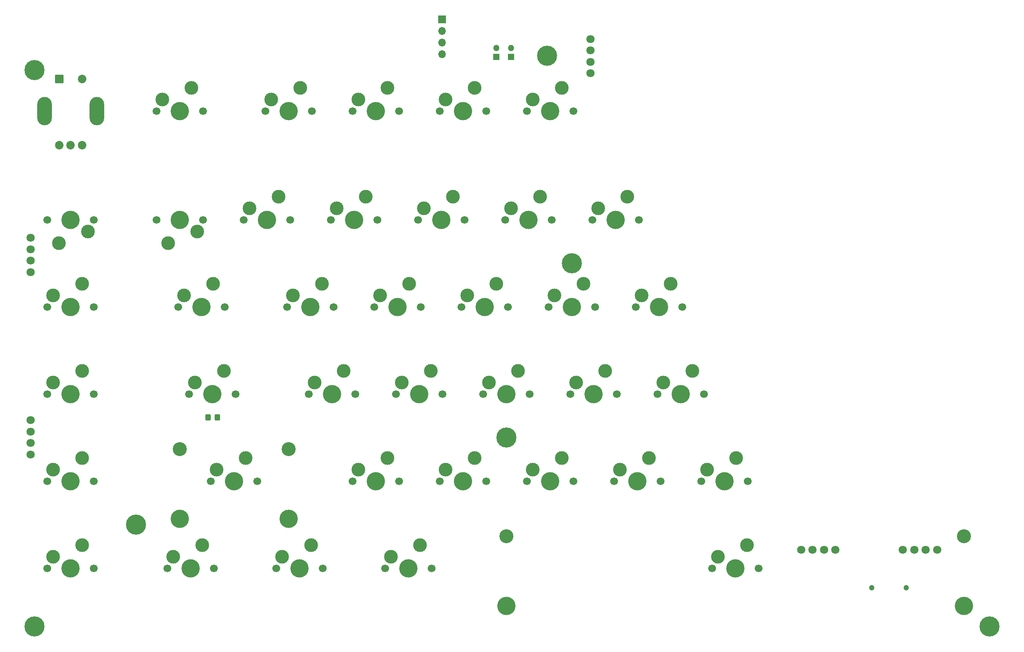
<source format=gbr>
%TF.GenerationSoftware,KiCad,Pcbnew,8.0.4*%
%TF.CreationDate,2025-06-27T14:04:57-05:00*%
%TF.ProjectId,numlocked_shift,6e756d6c-6f63-46b6-9564-5f7368696674,rev?*%
%TF.SameCoordinates,Original*%
%TF.FileFunction,Soldermask,Top*%
%TF.FilePolarity,Negative*%
%FSLAX46Y46*%
G04 Gerber Fmt 4.6, Leading zero omitted, Abs format (unit mm)*
G04 Created by KiCad (PCBNEW 8.0.4) date 2025-06-27 14:04:57*
%MOMM*%
%LPD*%
G01*
G04 APERTURE LIST*
G04 Aperture macros list*
%AMRoundRect*
0 Rectangle with rounded corners*
0 $1 Rounding radius*
0 $2 $3 $4 $5 $6 $7 $8 $9 X,Y pos of 4 corners*
0 Add a 4 corners polygon primitive as box body*
4,1,4,$2,$3,$4,$5,$6,$7,$8,$9,$2,$3,0*
0 Add four circle primitives for the rounded corners*
1,1,$1+$1,$2,$3*
1,1,$1+$1,$4,$5*
1,1,$1+$1,$6,$7*
1,1,$1+$1,$8,$9*
0 Add four rect primitives between the rounded corners*
20,1,$1+$1,$2,$3,$4,$5,0*
20,1,$1+$1,$4,$5,$6,$7,0*
20,1,$1+$1,$6,$7,$8,$9,0*
20,1,$1+$1,$8,$9,$2,$3,0*%
G04 Aperture macros list end*
%ADD10C,1.700000*%
%ADD11C,3.000000*%
%ADD12C,4.000000*%
%ADD13R,1.350000X1.350000*%
%ADD14O,1.350000X1.350000*%
%ADD15C,4.400000*%
%ADD16C,3.050000*%
%ADD17C,1.800000*%
%ADD18RoundRect,0.250000X-0.325000X-0.450000X0.325000X-0.450000X0.325000X0.450000X-0.325000X0.450000X0*%
%ADD19R,1.700000X1.700000*%
%ADD20O,1.700000X1.700000*%
%ADD21RoundRect,0.102000X-0.825000X-0.825000X0.825000X-0.825000X0.825000X0.825000X-0.825000X0.825000X0*%
%ADD22C,1.854000*%
%ADD23O,3.204000X6.204000*%
%ADD24C,1.200000*%
G04 APERTURE END LIST*
D10*
%TO.C,S32*%
X152349200Y-72491600D03*
D11*
X153619200Y-69951600D03*
D12*
X157429200Y-72491600D03*
D11*
X159969200Y-67411600D03*
D10*
X162509200Y-72491600D03*
%TD*%
D13*
%TO.C,J2*%
X131400000Y-36900000D03*
D14*
X131400000Y-34900000D03*
%TD*%
D10*
%TO.C,S38*%
X33286700Y-148691600D03*
D11*
X34556700Y-146151600D03*
D12*
X38366700Y-148691600D03*
D11*
X40906700Y-143611600D03*
D10*
X43446700Y-148691600D03*
%TD*%
%TO.C,S36*%
X33286700Y-91541600D03*
D11*
X34556700Y-89001600D03*
D12*
X38366700Y-91541600D03*
D11*
X40906700Y-86461600D03*
D10*
X43446700Y-91541600D03*
%TD*%
%TO.C,S4*%
X80911700Y-48679100D03*
D11*
X82181700Y-46139100D03*
D12*
X85991700Y-48679100D03*
D11*
X88531700Y-43599100D03*
D10*
X91071700Y-48679100D03*
%TD*%
%TO.C,S31*%
X161874200Y-91541600D03*
D11*
X163144200Y-89001600D03*
D12*
X166954200Y-91541600D03*
D11*
X169494200Y-86461600D03*
D10*
X172034200Y-91541600D03*
%TD*%
%TO.C,S20*%
X119011700Y-48679100D03*
D11*
X120281700Y-46139100D03*
D12*
X124091700Y-48679100D03*
D11*
X126631700Y-43599100D03*
D10*
X129171700Y-48679100D03*
%TD*%
%TO.C,S2*%
X76149200Y-72491600D03*
D11*
X77419200Y-69951600D03*
D12*
X81229200Y-72491600D03*
D11*
X83769200Y-67411600D03*
D10*
X86309200Y-72491600D03*
%TD*%
%TO.C,S35*%
X33286700Y-129641600D03*
D11*
X34556700Y-127101600D03*
D12*
X38366700Y-129641600D03*
D11*
X40906700Y-124561600D03*
D10*
X43446700Y-129641600D03*
%TD*%
D15*
%TO.C,H1*%
X30460450Y-39710000D03*
%TD*%
%TO.C,H4*%
X239154200Y-161400000D03*
%TD*%
D16*
%TO.C,S8*%
X62185450Y-122666600D03*
D12*
X62185450Y-137906600D03*
D10*
X69005450Y-129641600D03*
D11*
X70275450Y-127101600D03*
D12*
X74085450Y-129641600D03*
D11*
X76625450Y-124561600D03*
D10*
X79165450Y-129641600D03*
D16*
X85985450Y-122666600D03*
D12*
X85985450Y-137906600D03*
%TD*%
D15*
%TO.C,H5*%
X52654200Y-139166600D03*
%TD*%
D10*
%TO.C,S30*%
X166636700Y-110591600D03*
D11*
X167906700Y-108051600D03*
D12*
X171716700Y-110591600D03*
D11*
X174256700Y-105511600D03*
D10*
X176796700Y-110591600D03*
%TD*%
%TO.C,S37*%
X43446700Y-72491600D03*
D11*
X42176700Y-75031600D03*
D12*
X38366700Y-72491600D03*
D11*
X35826700Y-77571600D03*
D10*
X33286700Y-72491600D03*
%TD*%
D16*
%TO.C,S33*%
X133622950Y-141691600D03*
D12*
X133622950Y-156931600D03*
D10*
X178542950Y-148691600D03*
D11*
X179812950Y-146151600D03*
D12*
X183622950Y-148691600D03*
D11*
X186162950Y-143611600D03*
D10*
X188702950Y-148691600D03*
D16*
X233622950Y-141691600D03*
D12*
X233622950Y-156931600D03*
%TD*%
D10*
%TO.C,S10*%
X95199200Y-72491600D03*
D11*
X96469200Y-69951600D03*
D12*
X100279200Y-72491600D03*
D11*
X102819200Y-67411600D03*
D10*
X105359200Y-72491600D03*
%TD*%
%TO.C,S25*%
X128536700Y-110591600D03*
D11*
X129806700Y-108051600D03*
D12*
X133616700Y-110591600D03*
D11*
X136156700Y-105511600D03*
D10*
X138696700Y-110591600D03*
%TD*%
D13*
%TO.C,J1*%
X134600000Y-36900000D03*
D14*
X134600000Y-34900000D03*
%TD*%
D10*
%TO.C,S24*%
X133299200Y-72491600D03*
D11*
X134569200Y-69951600D03*
D12*
X138379200Y-72491600D03*
D11*
X140919200Y-67411600D03*
D10*
X143459200Y-72491600D03*
%TD*%
D17*
%TO.C,J7*%
X220208600Y-144666600D03*
X222708600Y-144666600D03*
X225208600Y-144666600D03*
X227708600Y-144666600D03*
%TD*%
D10*
%TO.C,S21*%
X138061700Y-48679100D03*
D11*
X139331700Y-46139100D03*
D12*
X143141700Y-48679100D03*
D11*
X145681700Y-43599100D03*
D10*
X148221700Y-48679100D03*
%TD*%
%TO.C,S14*%
X99961700Y-129641600D03*
D11*
X101231700Y-127101600D03*
D12*
X105041700Y-129641600D03*
D11*
X107581700Y-124561600D03*
D10*
X110121700Y-129641600D03*
%TD*%
%TO.C,S29*%
X176161700Y-129641600D03*
D11*
X177431700Y-127101600D03*
D12*
X181241700Y-129641600D03*
D11*
X183781700Y-124561600D03*
D10*
X186321700Y-129641600D03*
%TD*%
%TO.C,S19*%
X104724200Y-91541600D03*
D11*
X105994200Y-89001600D03*
D12*
X109804200Y-91541600D03*
D11*
X112344200Y-86461600D03*
D10*
X114884200Y-91541600D03*
%TD*%
D17*
%TO.C,J6*%
X197992800Y-144666600D03*
X200492800Y-144666600D03*
X202992800Y-144666600D03*
X205492800Y-144666600D03*
%TD*%
D15*
%TO.C,H3*%
X30460450Y-161400000D03*
%TD*%
D10*
%TO.C,S1*%
X67259200Y-72491600D03*
D11*
X65989200Y-75031600D03*
D12*
X62179200Y-72491600D03*
D11*
X59639200Y-77571600D03*
D10*
X57099200Y-72491600D03*
%TD*%
%TO.C,S34*%
X33286700Y-110591600D03*
D11*
X34556700Y-108051600D03*
D12*
X38366700Y-110591600D03*
D11*
X40906700Y-105511600D03*
D10*
X43446700Y-110591600D03*
%TD*%
%TO.C,S26*%
X147586700Y-110591600D03*
D11*
X148856700Y-108051600D03*
D12*
X152666700Y-110591600D03*
D11*
X155206700Y-105511600D03*
D10*
X157746700Y-110591600D03*
%TD*%
%TO.C,S11*%
X59480450Y-148691600D03*
D11*
X60750450Y-146151600D03*
D12*
X64560450Y-148691600D03*
D11*
X67100450Y-143611600D03*
D10*
X69640450Y-148691600D03*
%TD*%
D18*
%TO.C,D2*%
X68375000Y-115700000D03*
X70425000Y-115700000D03*
%TD*%
D10*
%TO.C,S15*%
X90436700Y-110591600D03*
D11*
X91706700Y-108051600D03*
D12*
X95516700Y-110591600D03*
D11*
X98056700Y-105511600D03*
D10*
X100596700Y-110591600D03*
%TD*%
%TO.C,S9*%
X83292950Y-148691600D03*
D11*
X84562950Y-146151600D03*
D12*
X88372950Y-148691600D03*
D11*
X90912950Y-143611600D03*
D10*
X93452950Y-148691600D03*
%TD*%
%TO.C,S6*%
X61861700Y-91541600D03*
D11*
X63131700Y-89001600D03*
D12*
X66941700Y-91541600D03*
D11*
X69481700Y-86461600D03*
D10*
X72021700Y-91541600D03*
%TD*%
%TO.C,S17*%
X119011700Y-129641600D03*
D11*
X120281700Y-127101600D03*
D12*
X124091700Y-129641600D03*
D11*
X126631700Y-124561600D03*
D10*
X129171700Y-129641600D03*
%TD*%
%TO.C,S28*%
X157111700Y-129641600D03*
D11*
X158381700Y-127101600D03*
D12*
X162191700Y-129641600D03*
D11*
X164731700Y-124561600D03*
D10*
X167271700Y-129641600D03*
%TD*%
%TO.C,S7*%
X64242950Y-110591600D03*
D11*
X65512950Y-108051600D03*
D12*
X69322950Y-110591600D03*
D11*
X71862950Y-105511600D03*
D10*
X74402950Y-110591600D03*
%TD*%
%TO.C,S3*%
X57099200Y-48679100D03*
D11*
X58369200Y-46139100D03*
D12*
X62179200Y-48679100D03*
D11*
X64719200Y-43599100D03*
D10*
X67259200Y-48679100D03*
%TD*%
%TO.C,S16*%
X109486700Y-110591600D03*
D11*
X110756700Y-108051600D03*
D12*
X114566700Y-110591600D03*
D11*
X117106700Y-105511600D03*
D10*
X119646700Y-110591600D03*
%TD*%
D15*
%TO.C,H7*%
X133616700Y-120116600D03*
%TD*%
D10*
%TO.C,S18*%
X114249200Y-72491600D03*
D11*
X115519200Y-69951600D03*
D12*
X119329200Y-72491600D03*
D11*
X121869200Y-67411600D03*
D10*
X124409200Y-72491600D03*
%TD*%
%TO.C,S5*%
X99961700Y-48679100D03*
D11*
X101231700Y-46139100D03*
D12*
X105041700Y-48679100D03*
D11*
X107581700Y-43599100D03*
D10*
X110121700Y-48679100D03*
%TD*%
D19*
%TO.C,Brd1*%
X119545200Y-28664600D03*
D20*
X119545200Y-31204600D03*
X119545200Y-33744600D03*
X119545200Y-36284600D03*
%TD*%
D10*
%TO.C,S27*%
X138061700Y-129641600D03*
D11*
X139331700Y-127101600D03*
D12*
X143141700Y-129641600D03*
D11*
X145681700Y-124561600D03*
D10*
X148221700Y-129641600D03*
%TD*%
D21*
%TO.C,MT1*%
X35866700Y-41679100D03*
D22*
X40866700Y-41679100D03*
X35866700Y-56179100D03*
X40866700Y-56179100D03*
X38366700Y-56179100D03*
D23*
X32666700Y-48679100D03*
X44066700Y-48679100D03*
%TD*%
D15*
%TO.C,H6*%
X147904200Y-82016600D03*
%TD*%
D10*
%TO.C,S12*%
X107105450Y-148691600D03*
D11*
X108375450Y-146151600D03*
D12*
X112185450Y-148691600D03*
D11*
X114725450Y-143611600D03*
D10*
X117265450Y-148691600D03*
%TD*%
D15*
%TO.C,H2*%
X142500000Y-36600000D03*
%TD*%
D17*
%TO.C,J5*%
X151929200Y-32927600D03*
X151929200Y-35427600D03*
X151929200Y-37927600D03*
X151929200Y-40427600D03*
%TD*%
D10*
%TO.C,S13*%
X85674200Y-91541600D03*
D11*
X86944200Y-89001600D03*
D12*
X90754200Y-91541600D03*
D11*
X93294200Y-86461600D03*
D10*
X95834200Y-91541600D03*
%TD*%
%TO.C,S23*%
X142824200Y-91541600D03*
D11*
X144094200Y-89001600D03*
D12*
X147904200Y-91541600D03*
D11*
X150444200Y-86461600D03*
D10*
X152984200Y-91541600D03*
%TD*%
%TO.C,S22*%
X123774200Y-91541600D03*
D11*
X125044200Y-89001600D03*
D12*
X128854200Y-91541600D03*
D11*
X131394200Y-86461600D03*
D10*
X133934200Y-91541600D03*
%TD*%
D24*
%TO.C,BT1*%
X220950000Y-152900000D03*
X213450000Y-152900000D03*
%TD*%
D17*
%TO.C,J3*%
X29579200Y-76409100D03*
X29579200Y-78909100D03*
X29579200Y-81409100D03*
X29579200Y-83909100D03*
%TD*%
%TO.C,J4*%
X29579200Y-116289100D03*
X29579200Y-118789100D03*
X29579200Y-121289100D03*
X29579200Y-123789100D03*
%TD*%
M02*

</source>
